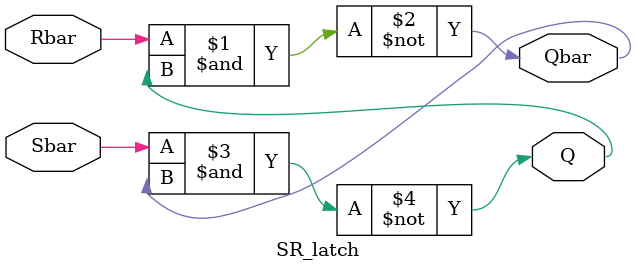
<source format=v>
module SR_latch(
  output wire Q,
  output wire Qbar,
  input  wire Sbar,
  input  wire Rbar
);

// Instantiate lower-level modules
// In this case, instantiate Verilog primitive nand gates
// Note, how the wires are connected in a cross-coupled fashion.
  nand n2(Qbar, Rbar, Q   );
  nand n1(Q   , Sbar, Qbar);

// endmodule statement
endmodule

</source>
